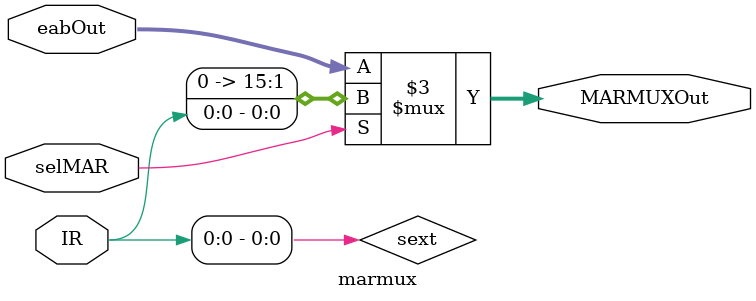
<source format=v>

module marmux(
	  input [7:0] IR,
	  input [15:0] eabOut,
	  input selMAR,
	  output [15:0] MARMUXOut
	);

	wire sext;
	assign sext = {{8{IR[7]}}, IR[7:0]};
	assign MARMUXOut = (selMAR == 0) ? eabOut : sext;

endmodule

</source>
